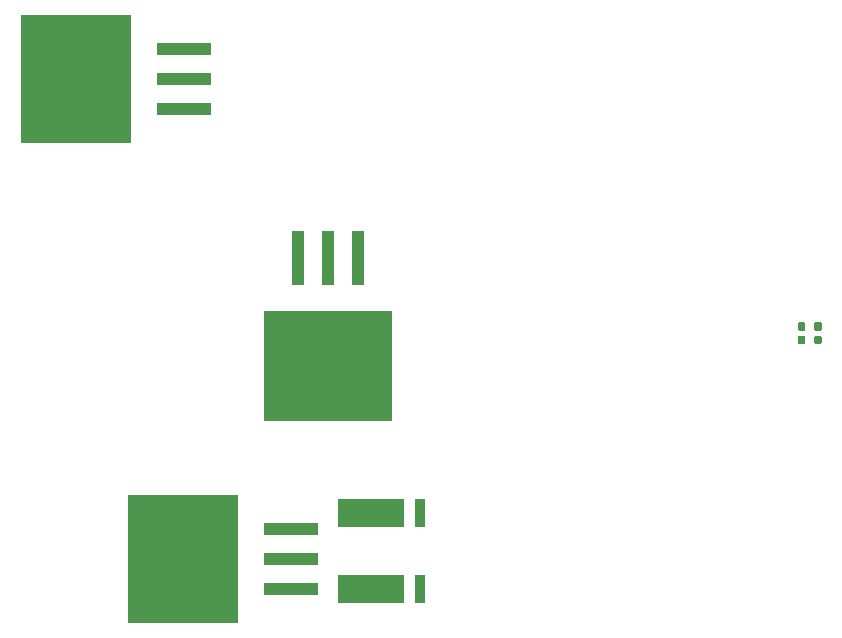
<source format=gbr>
G04 #@! TF.GenerationSoftware,KiCad,Pcbnew,(5.1.4)-1*
G04 #@! TF.CreationDate,2021-08-28T14:03:40-05:00*
G04 #@! TF.ProjectId,Mocos_2021,4d6f636f-735f-4323-9032-312e6b696361,1*
G04 #@! TF.SameCoordinates,Original*
G04 #@! TF.FileFunction,Paste,Bot*
G04 #@! TF.FilePolarity,Positive*
%FSLAX46Y46*%
G04 Gerber Fmt 4.6, Leading zero omitted, Abs format (unit mm)*
G04 Created by KiCad (PCBNEW (5.1.4)-1) date 2021-08-28 14:03:40*
%MOMM*%
%LPD*%
G04 APERTURE LIST*
%ADD10R,0.889000X2.438400*%
%ADD11R,5.588000X2.438400*%
%ADD12R,4.600001X1.100000*%
%ADD13R,4.600000X1.100000*%
%ADD14R,9.399999X10.800001*%
%ADD15R,1.100000X4.600001*%
%ADD16R,1.100000X4.600000*%
%ADD17R,10.800001X9.399999*%
%ADD18C,0.100000*%
%ADD19C,0.620000*%
G04 APERTURE END LIST*
D10*
X100012500Y-112522000D03*
X100012500Y-118999000D03*
D11*
X95885000Y-112522000D03*
X95885000Y-118999000D03*
D12*
X89087000Y-113919000D03*
X89087000Y-116459000D03*
D13*
X89087000Y-118999000D03*
D14*
X79937000Y-116459000D03*
D15*
X89662000Y-90999000D03*
X92202000Y-90999000D03*
D16*
X94742000Y-90999000D03*
D17*
X92202000Y-100149000D03*
D12*
X80016000Y-73279000D03*
X80016000Y-75819000D03*
D13*
X80016000Y-78359000D03*
D14*
X70866000Y-75819000D03*
D18*
G36*
X133901193Y-97542246D02*
G01*
X133916239Y-97544478D01*
X133930994Y-97548174D01*
X133945316Y-97553299D01*
X133959066Y-97559802D01*
X133972113Y-97567622D01*
X133984331Y-97576683D01*
X133995602Y-97586898D01*
X134005817Y-97598169D01*
X134014878Y-97610387D01*
X134022698Y-97623434D01*
X134029201Y-97637184D01*
X134034326Y-97651506D01*
X134038022Y-97666261D01*
X134040254Y-97681307D01*
X134041000Y-97696500D01*
X134041000Y-98121500D01*
X134040254Y-98136693D01*
X134038022Y-98151739D01*
X134034326Y-98166494D01*
X134029201Y-98180816D01*
X134022698Y-98194566D01*
X134014878Y-98207613D01*
X134005817Y-98219831D01*
X133995602Y-98231102D01*
X133984331Y-98241317D01*
X133972113Y-98250378D01*
X133959066Y-98258198D01*
X133945316Y-98264701D01*
X133930994Y-98269826D01*
X133916239Y-98273522D01*
X133901193Y-98275754D01*
X133886000Y-98276500D01*
X133576000Y-98276500D01*
X133560807Y-98275754D01*
X133545761Y-98273522D01*
X133531006Y-98269826D01*
X133516684Y-98264701D01*
X133502934Y-98258198D01*
X133489887Y-98250378D01*
X133477669Y-98241317D01*
X133466398Y-98231102D01*
X133456183Y-98219831D01*
X133447122Y-98207613D01*
X133439302Y-98194566D01*
X133432799Y-98180816D01*
X133427674Y-98166494D01*
X133423978Y-98151739D01*
X133421746Y-98136693D01*
X133421000Y-98121500D01*
X133421000Y-97696500D01*
X133421746Y-97681307D01*
X133423978Y-97666261D01*
X133427674Y-97651506D01*
X133432799Y-97637184D01*
X133439302Y-97623434D01*
X133447122Y-97610387D01*
X133456183Y-97598169D01*
X133466398Y-97586898D01*
X133477669Y-97576683D01*
X133489887Y-97567622D01*
X133502934Y-97559802D01*
X133516684Y-97553299D01*
X133531006Y-97548174D01*
X133545761Y-97544478D01*
X133560807Y-97542246D01*
X133576000Y-97541500D01*
X133886000Y-97541500D01*
X133901193Y-97542246D01*
X133901193Y-97542246D01*
G37*
D19*
X133731000Y-97909000D03*
D18*
G36*
X133901193Y-96407246D02*
G01*
X133916239Y-96409478D01*
X133930994Y-96413174D01*
X133945316Y-96418299D01*
X133959066Y-96424802D01*
X133972113Y-96432622D01*
X133984331Y-96441683D01*
X133995602Y-96451898D01*
X134005817Y-96463169D01*
X134014878Y-96475387D01*
X134022698Y-96488434D01*
X134029201Y-96502184D01*
X134034326Y-96516506D01*
X134038022Y-96531261D01*
X134040254Y-96546307D01*
X134041000Y-96561500D01*
X134041000Y-96986500D01*
X134040254Y-97001693D01*
X134038022Y-97016739D01*
X134034326Y-97031494D01*
X134029201Y-97045816D01*
X134022698Y-97059566D01*
X134014878Y-97072613D01*
X134005817Y-97084831D01*
X133995602Y-97096102D01*
X133984331Y-97106317D01*
X133972113Y-97115378D01*
X133959066Y-97123198D01*
X133945316Y-97129701D01*
X133930994Y-97134826D01*
X133916239Y-97138522D01*
X133901193Y-97140754D01*
X133886000Y-97141500D01*
X133576000Y-97141500D01*
X133560807Y-97140754D01*
X133545761Y-97138522D01*
X133531006Y-97134826D01*
X133516684Y-97129701D01*
X133502934Y-97123198D01*
X133489887Y-97115378D01*
X133477669Y-97106317D01*
X133466398Y-97096102D01*
X133456183Y-97084831D01*
X133447122Y-97072613D01*
X133439302Y-97059566D01*
X133432799Y-97045816D01*
X133427674Y-97031494D01*
X133423978Y-97016739D01*
X133421746Y-97001693D01*
X133421000Y-96986500D01*
X133421000Y-96561500D01*
X133421746Y-96546307D01*
X133423978Y-96531261D01*
X133427674Y-96516506D01*
X133432799Y-96502184D01*
X133439302Y-96488434D01*
X133447122Y-96475387D01*
X133456183Y-96463169D01*
X133466398Y-96451898D01*
X133477669Y-96441683D01*
X133489887Y-96432622D01*
X133502934Y-96424802D01*
X133516684Y-96418299D01*
X133531006Y-96413174D01*
X133545761Y-96409478D01*
X133560807Y-96407246D01*
X133576000Y-96406500D01*
X133886000Y-96406500D01*
X133901193Y-96407246D01*
X133901193Y-96407246D01*
G37*
D19*
X133731000Y-96774000D03*
D18*
G36*
X132504193Y-97542246D02*
G01*
X132519239Y-97544478D01*
X132533994Y-97548174D01*
X132548316Y-97553299D01*
X132562066Y-97559802D01*
X132575113Y-97567622D01*
X132587331Y-97576683D01*
X132598602Y-97586898D01*
X132608817Y-97598169D01*
X132617878Y-97610387D01*
X132625698Y-97623434D01*
X132632201Y-97637184D01*
X132637326Y-97651506D01*
X132641022Y-97666261D01*
X132643254Y-97681307D01*
X132644000Y-97696500D01*
X132644000Y-98121500D01*
X132643254Y-98136693D01*
X132641022Y-98151739D01*
X132637326Y-98166494D01*
X132632201Y-98180816D01*
X132625698Y-98194566D01*
X132617878Y-98207613D01*
X132608817Y-98219831D01*
X132598602Y-98231102D01*
X132587331Y-98241317D01*
X132575113Y-98250378D01*
X132562066Y-98258198D01*
X132548316Y-98264701D01*
X132533994Y-98269826D01*
X132519239Y-98273522D01*
X132504193Y-98275754D01*
X132489000Y-98276500D01*
X132179000Y-98276500D01*
X132163807Y-98275754D01*
X132148761Y-98273522D01*
X132134006Y-98269826D01*
X132119684Y-98264701D01*
X132105934Y-98258198D01*
X132092887Y-98250378D01*
X132080669Y-98241317D01*
X132069398Y-98231102D01*
X132059183Y-98219831D01*
X132050122Y-98207613D01*
X132042302Y-98194566D01*
X132035799Y-98180816D01*
X132030674Y-98166494D01*
X132026978Y-98151739D01*
X132024746Y-98136693D01*
X132024000Y-98121500D01*
X132024000Y-97696500D01*
X132024746Y-97681307D01*
X132026978Y-97666261D01*
X132030674Y-97651506D01*
X132035799Y-97637184D01*
X132042302Y-97623434D01*
X132050122Y-97610387D01*
X132059183Y-97598169D01*
X132069398Y-97586898D01*
X132080669Y-97576683D01*
X132092887Y-97567622D01*
X132105934Y-97559802D01*
X132119684Y-97553299D01*
X132134006Y-97548174D01*
X132148761Y-97544478D01*
X132163807Y-97542246D01*
X132179000Y-97541500D01*
X132489000Y-97541500D01*
X132504193Y-97542246D01*
X132504193Y-97542246D01*
G37*
D19*
X132334000Y-97909000D03*
D18*
G36*
X132504193Y-96407246D02*
G01*
X132519239Y-96409478D01*
X132533994Y-96413174D01*
X132548316Y-96418299D01*
X132562066Y-96424802D01*
X132575113Y-96432622D01*
X132587331Y-96441683D01*
X132598602Y-96451898D01*
X132608817Y-96463169D01*
X132617878Y-96475387D01*
X132625698Y-96488434D01*
X132632201Y-96502184D01*
X132637326Y-96516506D01*
X132641022Y-96531261D01*
X132643254Y-96546307D01*
X132644000Y-96561500D01*
X132644000Y-96986500D01*
X132643254Y-97001693D01*
X132641022Y-97016739D01*
X132637326Y-97031494D01*
X132632201Y-97045816D01*
X132625698Y-97059566D01*
X132617878Y-97072613D01*
X132608817Y-97084831D01*
X132598602Y-97096102D01*
X132587331Y-97106317D01*
X132575113Y-97115378D01*
X132562066Y-97123198D01*
X132548316Y-97129701D01*
X132533994Y-97134826D01*
X132519239Y-97138522D01*
X132504193Y-97140754D01*
X132489000Y-97141500D01*
X132179000Y-97141500D01*
X132163807Y-97140754D01*
X132148761Y-97138522D01*
X132134006Y-97134826D01*
X132119684Y-97129701D01*
X132105934Y-97123198D01*
X132092887Y-97115378D01*
X132080669Y-97106317D01*
X132069398Y-97096102D01*
X132059183Y-97084831D01*
X132050122Y-97072613D01*
X132042302Y-97059566D01*
X132035799Y-97045816D01*
X132030674Y-97031494D01*
X132026978Y-97016739D01*
X132024746Y-97001693D01*
X132024000Y-96986500D01*
X132024000Y-96561500D01*
X132024746Y-96546307D01*
X132026978Y-96531261D01*
X132030674Y-96516506D01*
X132035799Y-96502184D01*
X132042302Y-96488434D01*
X132050122Y-96475387D01*
X132059183Y-96463169D01*
X132069398Y-96451898D01*
X132080669Y-96441683D01*
X132092887Y-96432622D01*
X132105934Y-96424802D01*
X132119684Y-96418299D01*
X132134006Y-96413174D01*
X132148761Y-96409478D01*
X132163807Y-96407246D01*
X132179000Y-96406500D01*
X132489000Y-96406500D01*
X132504193Y-96407246D01*
X132504193Y-96407246D01*
G37*
D19*
X132334000Y-96774000D03*
M02*

</source>
